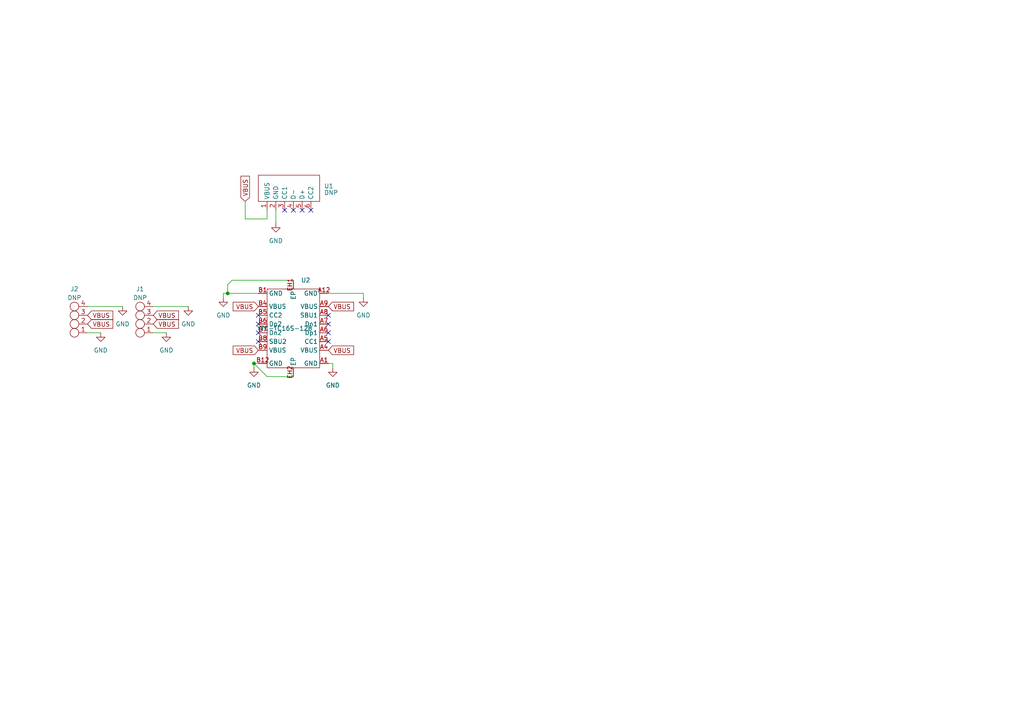
<source format=kicad_sch>
(kicad_sch (version 20231120) (generator "eeschema") (generator_version "8.0")
  (paper "A4")
  (lib_symbols
    (symbol "USB-C_ustom:YTC-TC16S-128"
      (property "Reference" "U" (at -5.08 13.97 0))
      (symbol "YTC-TC16S-128_0_1"
        (rectangle (start -7.62 11.43) (end 7.62 -11.43))
      )
      (symbol "YTC-TC16S-128_1_1"
        (pin input line (at 10.16 -10.16 180) (length 2.54) (name "GND") (number "A1"))
        (pin input line (at 10.16 10.16 180) (length 2.54) (name "GND") (number "A12"))
        (pin input line (at 10.16 -6.35 180) (length 2.54) (name "VBUS") (number "A4"))
        (pin input line (at 10.16 -3.81 180) (length 2.54) (name "CC1") (number "A5"))
        (pin input line (at 10.16 -1.27 180) (length 2.54) (name "Dp1") (number "A6"))
        (pin input line (at 10.16 1.27 180) (length 2.54) (name "Dn1") (number "A7"))
        (pin input line (at 10.16 3.81 180) (length 2.54) (name "SBU1") (number "A8"))
        (pin input line (at 10.16 6.35 180) (length 2.54) (name "VBUS") (number "A9"))
        (pin input line (at -10.16 10.16 0) (length 2.54) (name "GND") (number "B1"))
        (pin input line (at -10.16 -10.16 0) (length 2.54) (name "GND") (number "B12"))
        (pin input line (at -10.16 6.35 0) (length 2.54) (name "VBUS") (number "B4"))
        (pin input line (at -10.16 3.81 0) (length 2.54) (name "CC2") (number "B5"))
        (pin input line (at -10.16 1.27 0) (length 2.54) (name "Dp2") (number "B6"))
        (pin input line (at -10.16 -1.27 0) (length 2.54) (name "Dn2") (number "B7"))
        (pin input line (at -10.16 -3.81 0) (length 2.54) (name "SBU2") (number "B8"))
        (pin input line (at -10.16 -6.35 0) (length 2.54) (name "VBUS") (number "B9"))
        (pin input line (at 0 13.97 270) (length 2.54) (name "EP") (number "EH1"))
        (pin input line (at 0 -13.97 90) (length 2.54) (name "EP") (number "EH2"))
      )
    )
    (symbol "breakouts_custom:Treedix_USB_Type-C"
      (property "Reference" "U" (at -0.254 10.414 0))
      (symbol "Treedix_USB_Type-C_0_1"
        (rectangle (start -3.81 -8.89) (end 3.81 8.89))
      )
      (symbol "Treedix_USB_Type-C_1_1"
        (pin input line (at -6.35 6.35 0) (length 2.54) (name "VBUS") (number "1"))
        (pin input line (at -6.35 3.81 0) (length 2.54) (name "GND") (number "2"))
        (pin input line (at -6.35 1.27 0) (length 2.54) (name "CC1") (number "3"))
        (pin input line (at -6.35 -1.27 0) (length 2.54) (name "D-") (number "4"))
        (pin input line (at -6.35 -3.81 0) (length 2.54) (name "D+") (number "5"))
        (pin input line (at -6.35 -6.35 0) (length 2.54) (name "CC2") (number "6"))
      )
    )
    (symbol "header_custom:1x4"
      (property "Reference" "J" (at 0 7.366 0))
      (symbol "1x4_0_1"
        (circle (center 1.27 -3.81) (radius 1.27))
        (circle (center 1.27 -1.27) (radius 1.27))
        (circle (center 1.27 1.27) (radius 1.27))
        (circle (center 1.27 3.81) (radius 1.27))
      )
      (symbol "1x4_1_1"
        (pin bidirectional line (at -2.54 3.81 0) (length 2.54) (name "") (number "1"))
        (pin bidirectional line (at -2.54 1.27 0) (length 2.54) (name "") (number "2"))
        (pin bidirectional line (at -2.54 -1.27 0) (length 2.54) (name "") (number "3"))
        (pin bidirectional line (at -2.54 -3.81 0) (length 2.54) (name "") (number "4"))
      )
    )
    (symbol "power:GND" (power) (pin_names (offset 0))
      (property "Value" "GND" (at 0 -3.81 0))
      (symbol "GND_0_1"
        (polyline (pts (xy 0 0) (xy 0 -1.27) (xy 1.27 -1.27) (xy 0 -2.54) (xy -1.27 -1.27) (xy 0 -1.27)))
      )
      (symbol "GND_1_1"
        (pin power_in line (at 0 0 270) (length 0) hide (name "GND") (number "1"))
      )
    )
  )
  (junction (at 73.66 105.41))
  (junction (at 66.04 85.09))
  (no_connect (at 95.25 99.06))
  (no_connect (at 74.93 96.52))
  (no_connect (at 82.55 60.96))
  (no_connect (at 74.93 91.44))
  (no_connect (at 90.17 60.96))
  (no_connect (at 95.25 93.98))
  (no_connect (at 95.25 96.52))
  (no_connect (at 74.93 99.06))
  (no_connect (at 87.63 60.96))
  (no_connect (at 85.09 60.96))
  (no_connect (at 95.25 91.44))
  (no_connect (at 74.93 93.98))
  (wire (pts (xy 105.41 85.09) (xy 105.41 86.36)))
  (wire (pts (xy 71.12 58.42) (xy 71.12 63.5)))
  (wire (pts (xy 96.52 105.41) (xy 96.52 106.68)))
  (wire (pts (xy 80.01 60.96) (xy 80.01 64.77)))
  (wire (pts (xy 25.4 96.52) (xy 29.21 96.52)))
  (wire (pts (xy 73.66 105.41) (xy 73.66 106.68)))
  (wire (pts (xy 25.4 88.9) (xy 35.56 88.9)))
  (wire (pts (xy 85.09 81.28) (xy 67.31 81.28)))
  (wire (pts (xy 66.04 82.55) (xy 66.04 85.09)))
  (wire (pts (xy 73.66 105.41) (xy 74.93 105.41)))
  (wire (pts (xy 44.45 88.9) (xy 54.61 88.9)))
  (wire (pts (xy 66.04 85.09) (xy 74.93 85.09)))
  (wire (pts (xy 95.25 105.41) (xy 96.52 105.41)))
  (wire (pts (xy 67.31 81.28) (xy 66.04 82.55)))
  (wire (pts (xy 77.47 60.96) (xy 77.47 63.5)))
  (wire (pts (xy 44.45 96.52) (xy 48.26 96.52)))
  (wire (pts (xy 95.25 85.09) (xy 105.41 85.09)))
  (wire (pts (xy 64.77 85.09) (xy 66.04 85.09)))
  (wire (pts (xy 71.12 63.5) (xy 77.47 63.5)))
  (wire (pts (xy 77.47 109.22) (xy 73.66 105.41)))
  (wire (pts (xy 85.09 109.22) (xy 77.47 109.22)))
  (wire (pts (xy 64.77 85.09) (xy 64.77 86.36)))
  (global_label "VBUS" (shape input) (at 74.93 101.6 180) (property "Intersheetrefs" "${INTERSHEET_REFS}" (effects (hide yes))))
  (global_label "VBUS" (shape input) (at 25.4 91.44 0) (property "Intersheetrefs" "${INTERSHEET_REFS}" (effects (hide yes))))
  (global_label "VBUS" (shape input) (at 95.25 88.9 0) (property "Intersheetrefs" "${INTERSHEET_REFS}" (effects (hide yes))))
  (global_label "VBUS" (shape input) (at 71.12 58.42 90) (property "Intersheetrefs" "${INTERSHEET_REFS}" (effects (hide yes))))
  (global_label "VBUS" (shape input) (at 95.25 101.6 0) (property "Intersheetrefs" "${INTERSHEET_REFS}" (effects (hide yes))))
  (global_label "VBUS" (shape input) (at 74.93 88.9 180) (property "Intersheetrefs" "${INTERSHEET_REFS}" (effects (hide yes))))
  (global_label "VBUS" (shape input) (at 44.45 91.44 0) (property "Intersheetrefs" "${INTERSHEET_REFS}" (effects (hide yes))))
  (global_label "VBUS" (shape input) (at 44.45 93.98 0) (property "Intersheetrefs" "${INTERSHEET_REFS}" (effects (hide yes))))
  (global_label "VBUS" (shape input) (at 25.4 93.98 0) (property "Intersheetrefs" "${INTERSHEET_REFS}" (effects (hide yes))))
  (symbol (lib_id "power:GND") (at 29.21 96.52 0) (unit 1)
    (property "Reference" "#PWR02" (effects (hide yes)))
    (property "Value" "GND" (at 29.21 101.6 0))
  )
  (symbol (lib_id "USB-C_ustom:YTC-TC16S-128") (at 85.09 95.25 0) (unit 1)
    (property "Reference" "U2" (at 87.2841 81.28 0) (effects (justify left)))
    (property "Value" "YTC-TC16S-128" (at 82.55 95.25 0))
    (property "Footprint" "USB_custom:YTC-TC16S-128" (effects (hide yes)))
  )
  (symbol (lib_id "power:GND") (at 96.52 106.68 0) (unit 1)
    (property "Reference" "#PWR05" (effects (hide yes)))
    (property "Value" "GND" (at 96.52 111.76 0))
  )
  (symbol (lib_id "power:GND") (at 64.77 86.36 0) (unit 1)
    (property "Reference" "#PWR07" (effects (hide yes)))
    (property "Value" "GND" (at 64.77 91.44 0))
  )
  (symbol (lib_id "power:GND") (at 105.41 86.36 0) (unit 1)
    (property "Reference" "#PWR08" (effects (hide yes)))
    (property "Value" "GND" (at 105.41 91.44 0))
  )
  (symbol (lib_id "power:GND") (at 48.26 96.52 0) (unit 1)
    (property "Reference" "#PWR010" (effects (hide yes)))
    (property "Value" "GND" (at 48.26 101.6 0))
  )
  (symbol (lib_id "header_custom:1x4") (at 41.91 92.71 180) (unit 1)
    (property "Reference" "J1" (at 40.64 83.82 0))
    (property "Value" "DNP" (at 40.64 86.36 0))
    (property "Footprint" "Connector_PinHeader_2.54mm:PinHeader_1x04_P2.54mm_Vertical" (effects (hide yes)))
  )
  (symbol (lib_id "power:GND") (at 54.61 88.9 0) (unit 1)
    (property "Reference" "#PWR04" (effects (hide yes)))
    (property "Value" "GND" (at 54.61 93.98 0))
  )
  (symbol (lib_id "power:GND") (at 80.01 64.77 0) (unit 1)
    (property "Reference" "#PWR03" (effects (hide yes)))
    (property "Value" "GND" (at 80.01 69.85 0))
  )
  (symbol (lib_id "power:GND") (at 35.56 88.9 0) (unit 1)
    (property "Reference" "#PWR01" (effects (hide yes)))
    (property "Value" "GND" (at 35.56 93.98 0))
  )
  (symbol (lib_id "power:GND") (at 73.66 106.68 0) (unit 1)
    (property "Reference" "#PWR06" (effects (hide yes)))
    (property "Value" "GND" (at 73.66 111.76 0))
  )
  (symbol (lib_id "header_custom:1x4") (at 22.86 92.71 180) (unit 1)
    (property "Reference" "J2" (at 21.59 83.82 0))
    (property "Value" "DNP" (at 21.59 86.36 0))
    (property "Footprint" "Connector_PinHeader_2.54mm:PinHeader_1x04_P2.54mm_Vertical" (effects (hide yes)))
  )
  (symbol (lib_id "breakouts_custom:Treedix_USB_Type-C") (at 83.82 54.61 90) (unit 1)
    (property "Reference" "U1" (at 93.98 53.9749 90) (effects (justify right)))
    (property "Value" "DNP" (at 93.98 55.88 90) (effects (justify right)))
    (property "Footprint" "breakout_custom:Treedix USB Type-C" (effects (hide yes)))
  )
)
</source>
